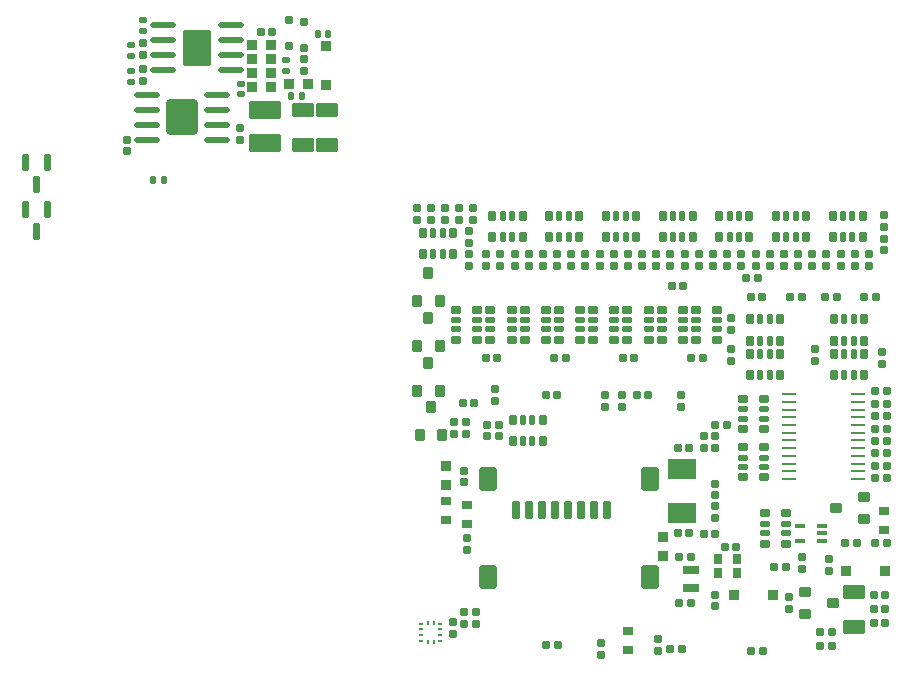
<source format=gbp>
G75*
G70*
%OFA0B0*%
%FSLAX25Y25*%
%IPPOS*%
%LPD*%
%AMOC8*
5,1,8,0,0,1.08239X$1,22.5*
%
%AMM134*
21,1,0.035830,0.026770,-0.000000,-0.000000,180.000000*
21,1,0.029130,0.033470,-0.000000,-0.000000,180.000000*
1,1,0.006690,-0.014570,0.013390*
1,1,0.006690,0.014570,0.013390*
1,1,0.006690,0.014570,-0.013390*
1,1,0.006690,-0.014570,-0.013390*
%
%AMM156*
21,1,0.033470,0.026770,-0.000000,-0.000000,90.000000*
21,1,0.026770,0.033470,-0.000000,-0.000000,90.000000*
1,1,0.006690,0.013390,0.013390*
1,1,0.006690,0.013390,-0.013390*
1,1,0.006690,-0.013390,-0.013390*
1,1,0.006690,-0.013390,0.013390*
%
%AMM170*
21,1,0.035830,0.026770,0.000000,-0.000000,270.000000*
21,1,0.029130,0.033470,0.000000,-0.000000,270.000000*
1,1,0.006690,-0.013390,-0.014570*
1,1,0.006690,-0.013390,0.014570*
1,1,0.006690,0.013390,0.014570*
1,1,0.006690,0.013390,-0.014570*
%
%AMM172*
21,1,0.070870,0.036220,0.000000,-0.000000,0.000000*
21,1,0.061810,0.045280,0.000000,-0.000000,0.000000*
1,1,0.009060,0.030910,-0.018110*
1,1,0.009060,-0.030910,-0.018110*
1,1,0.009060,-0.030910,0.018110*
1,1,0.009060,0.030910,0.018110*
%
%AMM175*
21,1,0.023620,0.018900,0.000000,-0.000000,0.000000*
21,1,0.018900,0.023620,0.000000,-0.000000,0.000000*
1,1,0.004720,0.009450,-0.009450*
1,1,0.004720,-0.009450,-0.009450*
1,1,0.004720,-0.009450,0.009450*
1,1,0.004720,0.009450,0.009450*
%
%AMM176*
21,1,0.019680,0.019680,0.000000,-0.000000,270.000000*
21,1,0.015750,0.023620,0.000000,-0.000000,270.000000*
1,1,0.003940,-0.009840,-0.007870*
1,1,0.003940,-0.009840,0.007870*
1,1,0.003940,0.009840,0.007870*
1,1,0.003940,0.009840,-0.007870*
%
%AMM177*
21,1,0.019680,0.019680,0.000000,-0.000000,180.000000*
21,1,0.015750,0.023620,0.000000,-0.000000,180.000000*
1,1,0.003940,-0.007870,0.009840*
1,1,0.003940,0.007870,0.009840*
1,1,0.003940,0.007870,-0.009840*
1,1,0.003940,-0.007870,-0.009840*
%
%AMM191*
21,1,0.106300,0.050390,0.000000,-0.000000,0.000000*
21,1,0.093700,0.062990,0.000000,-0.000000,0.000000*
1,1,0.012600,0.046850,-0.025200*
1,1,0.012600,-0.046850,-0.025200*
1,1,0.012600,-0.046850,0.025200*
1,1,0.012600,0.046850,0.025200*
%
%AMM192*
21,1,0.033470,0.026770,0.000000,-0.000000,180.000000*
21,1,0.026770,0.033470,0.000000,-0.000000,180.000000*
1,1,0.006690,-0.013390,0.013390*
1,1,0.006690,0.013390,0.013390*
1,1,0.006690,0.013390,-0.013390*
1,1,0.006690,-0.013390,-0.013390*
%
%AMM193*
21,1,0.023620,0.018900,0.000000,-0.000000,90.000000*
21,1,0.018900,0.023620,0.000000,-0.000000,90.000000*
1,1,0.004720,0.009450,0.009450*
1,1,0.004720,0.009450,-0.009450*
1,1,0.004720,-0.009450,-0.009450*
1,1,0.004720,-0.009450,0.009450*
%
%AMM194*
21,1,0.122050,0.075590,0.000000,-0.000000,90.000000*
21,1,0.103150,0.094490,0.000000,-0.000000,90.000000*
1,1,0.018900,0.037800,0.051580*
1,1,0.018900,0.037800,-0.051580*
1,1,0.018900,-0.037800,-0.051580*
1,1,0.018900,-0.037800,0.051580*
%
%AMM195*
21,1,0.118110,0.083460,0.000000,-0.000000,270.000000*
21,1,0.097240,0.104330,0.000000,-0.000000,270.000000*
1,1,0.020870,-0.041730,-0.048620*
1,1,0.020870,-0.041730,0.048620*
1,1,0.020870,0.041730,0.048620*
1,1,0.020870,0.041730,-0.048620*
%
%AMM258*
21,1,0.027560,0.018900,-0.000000,-0.000000,0.000000*
21,1,0.022840,0.023620,-0.000000,-0.000000,0.000000*
1,1,0.004720,0.011420,-0.009450*
1,1,0.004720,-0.011420,-0.009450*
1,1,0.004720,-0.011420,0.009450*
1,1,0.004720,0.011420,0.009450*
%
%AMM261*
21,1,0.025590,0.026380,-0.000000,-0.000000,270.000000*
21,1,0.020470,0.031500,-0.000000,-0.000000,270.000000*
1,1,0.005120,-0.013190,-0.010240*
1,1,0.005120,-0.013190,0.010240*
1,1,0.005120,0.013190,0.010240*
1,1,0.005120,0.013190,-0.010240*
%
%AMM262*
21,1,0.017720,0.027950,-0.000000,-0.000000,270.000000*
21,1,0.014170,0.031500,-0.000000,-0.000000,270.000000*
1,1,0.003540,-0.013980,-0.007090*
1,1,0.003540,-0.013980,0.007090*
1,1,0.003540,0.013980,0.007090*
1,1,0.003540,0.013980,-0.007090*
%
%AMM264*
21,1,0.012600,0.028980,-0.000000,-0.000000,270.000000*
21,1,0.010080,0.031500,-0.000000,-0.000000,270.000000*
1,1,0.002520,-0.014490,-0.005040*
1,1,0.002520,-0.014490,0.005040*
1,1,0.002520,0.014490,0.005040*
1,1,0.002520,0.014490,-0.005040*
%
%AMM267*
21,1,0.027560,0.018900,-0.000000,-0.000000,270.000000*
21,1,0.022840,0.023620,-0.000000,-0.000000,270.000000*
1,1,0.004720,-0.009450,-0.011420*
1,1,0.004720,-0.009450,0.011420*
1,1,0.004720,0.009450,0.011420*
1,1,0.004720,0.009450,-0.011420*
%
%AMM283*
21,1,0.059060,0.020470,-0.000000,-0.000000,270.000000*
21,1,0.053940,0.025590,-0.000000,-0.000000,270.000000*
1,1,0.005120,-0.010240,-0.026970*
1,1,0.005120,-0.010240,0.026970*
1,1,0.005120,0.010240,0.026970*
1,1,0.005120,0.010240,-0.026970*
%
%AMM284*
21,1,0.078740,0.045670,-0.000000,-0.000000,270.000000*
21,1,0.067320,0.057090,-0.000000,-0.000000,270.000000*
1,1,0.011420,-0.022840,-0.033660*
1,1,0.011420,-0.022840,0.033660*
1,1,0.011420,0.022840,0.033660*
1,1,0.011420,0.022840,-0.033660*
%
%AMM285*
21,1,0.025590,0.026380,-0.000000,-0.000000,180.000000*
21,1,0.020470,0.031500,-0.000000,-0.000000,180.000000*
1,1,0.005120,-0.010240,0.013190*
1,1,0.005120,0.010240,0.013190*
1,1,0.005120,0.010240,-0.013190*
1,1,0.005120,-0.010240,-0.013190*
%
%AMM286*
21,1,0.017720,0.027950,-0.000000,-0.000000,180.000000*
21,1,0.014170,0.031500,-0.000000,-0.000000,180.000000*
1,1,0.003540,-0.007090,0.013980*
1,1,0.003540,0.007090,0.013980*
1,1,0.003540,0.007090,-0.013980*
1,1,0.003540,-0.007090,-0.013980*
%
%AMM287*
21,1,0.035430,0.030320,-0.000000,-0.000000,90.000000*
21,1,0.028350,0.037400,-0.000000,-0.000000,90.000000*
1,1,0.007090,0.015160,0.014170*
1,1,0.007090,0.015160,-0.014170*
1,1,0.007090,-0.015160,-0.014170*
1,1,0.007090,-0.015160,0.014170*
%
%AMM288*
21,1,0.027560,0.030710,-0.000000,-0.000000,270.000000*
21,1,0.022050,0.036220,-0.000000,-0.000000,270.000000*
1,1,0.005510,-0.015350,-0.011020*
1,1,0.005510,-0.015350,0.011020*
1,1,0.005510,0.015350,0.011020*
1,1,0.005510,0.015350,-0.011020*
%
%AMM289*
21,1,0.027560,0.049610,-0.000000,-0.000000,90.000000*
21,1,0.022050,0.055120,-0.000000,-0.000000,90.000000*
1,1,0.005510,0.024800,0.011020*
1,1,0.005510,0.024800,-0.011020*
1,1,0.005510,-0.024800,-0.011020*
1,1,0.005510,-0.024800,0.011020*
%
%AMM290*
21,1,0.027560,0.030710,-0.000000,-0.000000,180.000000*
21,1,0.022050,0.036220,-0.000000,-0.000000,180.000000*
1,1,0.005510,-0.011020,0.015350*
1,1,0.005510,0.011020,0.015350*
1,1,0.005510,0.011020,-0.015350*
1,1,0.005510,-0.011020,-0.015350*
%
%AMM291*
21,1,0.070870,0.036220,-0.000000,-0.000000,180.000000*
21,1,0.061810,0.045280,-0.000000,-0.000000,180.000000*
1,1,0.009060,-0.030910,0.018110*
1,1,0.009060,0.030910,0.018110*
1,1,0.009060,0.030910,-0.018110*
1,1,0.009060,-0.030910,-0.018110*
%
%AMM292*
21,1,0.035430,0.030320,-0.000000,-0.000000,180.000000*
21,1,0.028350,0.037400,-0.000000,-0.000000,180.000000*
1,1,0.007090,-0.014170,0.015160*
1,1,0.007090,0.014170,0.015160*
1,1,0.007090,0.014170,-0.015160*
1,1,0.007090,-0.014170,-0.015160*
%
%ADD135R,0.00984X0.01378*%
%ADD197R,0.09449X0.06693*%
%ADD205O,0.04961X0.00984*%
%ADD264O,0.08661X0.01968*%
%ADD277M134*%
%ADD299M156*%
%ADD313M170*%
%ADD315M172*%
%ADD318M175*%
%ADD319M176*%
%ADD320M177*%
%ADD334M191*%
%ADD335M192*%
%ADD336M193*%
%ADD337M194*%
%ADD338M195*%
%ADD419M258*%
%ADD422M261*%
%ADD423M262*%
%ADD425M264*%
%ADD428M267*%
%ADD444M283*%
%ADD445M284*%
%ADD446M285*%
%ADD447M286*%
%ADD448M287*%
%ADD449M288*%
%ADD450M289*%
%ADD451M290*%
%ADD452M291*%
%ADD453M292*%
%ADD48R,0.01378X0.00984*%
X0000000Y0000000D02*
%LPD*%
G01*
G36*
G01*
X0025197Y0214222D02*
X0026378Y0214222D01*
G75*
G02*
X0026969Y0213632I0000000J-000591D01*
G01*
X0026969Y0209006D01*
G75*
G02*
X0026378Y0208415I-000591J0000000D01*
G01*
X0025197Y0208415D01*
G75*
G02*
X0024606Y0209006I0000000J0000591D01*
G01*
X0024606Y0213632D01*
G75*
G02*
X0025197Y0214222I0000591J0000000D01*
G01*
G37*
G36*
G01*
X0032677Y0214222D02*
X0033858Y0214222D01*
G75*
G02*
X0034449Y0213632I0000000J-000591D01*
G01*
X0034449Y0209006D01*
G75*
G02*
X0033858Y0208415I-000591J0000000D01*
G01*
X0032677Y0208415D01*
G75*
G02*
X0032087Y0209006I0000000J0000591D01*
G01*
X0032087Y0213632D01*
G75*
G02*
X0032677Y0214222I0000591J0000000D01*
G01*
G37*
G36*
G01*
X0028937Y0206841D02*
X0030118Y0206841D01*
G75*
G02*
X0030709Y0206250I0000000J-000591D01*
G01*
X0030709Y0201624D01*
G75*
G02*
X0030118Y0201033I-000591J0000000D01*
G01*
X0028937Y0201033D01*
G75*
G02*
X0028346Y0201624I0000000J0000591D01*
G01*
X0028346Y0206250D01*
G75*
G02*
X0028937Y0206841I0000591J0000000D01*
G01*
G37*
G36*
G01*
X0025197Y0229970D02*
X0026378Y0229970D01*
G75*
G02*
X0026969Y0229380I0000000J-000591D01*
G01*
X0026969Y0224754D01*
G75*
G02*
X0026378Y0224163I-000591J0000000D01*
G01*
X0025197Y0224163D01*
G75*
G02*
X0024606Y0224754I0000000J0000591D01*
G01*
X0024606Y0229380D01*
G75*
G02*
X0025197Y0229970I0000591J0000000D01*
G01*
G37*
G36*
G01*
X0032677Y0229970D02*
X0033858Y0229970D01*
G75*
G02*
X0034449Y0229380I0000000J-000591D01*
G01*
X0034449Y0224754D01*
G75*
G02*
X0033858Y0224163I-000591J0000000D01*
G01*
X0032677Y0224163D01*
G75*
G02*
X0032087Y0224754I0000000J0000591D01*
G01*
X0032087Y0229380D01*
G75*
G02*
X0032677Y0229970I0000591J0000000D01*
G01*
G37*
G36*
G01*
X0028937Y0222589D02*
X0030118Y0222589D01*
G75*
G02*
X0030709Y0221998I0000000J-000591D01*
G01*
X0030709Y0217372D01*
G75*
G02*
X0030118Y0216781I-000591J0000000D01*
G01*
X0028937Y0216781D01*
G75*
G02*
X0028346Y0217372I0000000J0000591D01*
G01*
X0028346Y0221998D01*
G75*
G02*
X0028937Y0222589I0000591J0000000D01*
G01*
G37*
X0049508Y0282776D02*
G01*
G75*
D313*
X0125886Y0265853D02*
D03*
X0125886Y0252861D02*
D03*
D315*
X0126280Y0244418D02*
D03*
X0126280Y0233001D02*
D03*
X0118248Y0244418D02*
D03*
X0118248Y0233001D02*
D03*
D318*
X0108169Y0270374D02*
D03*
X0104232Y0270374D02*
D03*
X0118799Y0265059D02*
D03*
X0118799Y0273721D02*
D03*
X0113551Y0265847D02*
D03*
X0113551Y0274508D02*
D03*
D319*
X0060925Y0266165D02*
D03*
X0060925Y0262621D02*
D03*
X0097658Y0249686D02*
D03*
X0097658Y0253230D02*
D03*
X0112763Y0257684D02*
D03*
X0112763Y0261227D02*
D03*
X0060925Y0257546D02*
D03*
X0060925Y0254003D02*
D03*
X0064862Y0270965D02*
D03*
X0064862Y0274508D02*
D03*
D320*
X0071967Y0221026D02*
D03*
X0068423Y0221026D02*
D03*
X0117882Y0249023D02*
D03*
X0114338Y0249023D02*
D03*
X0123196Y0269790D02*
D03*
X0126740Y0269790D02*
D03*
D334*
X0105807Y0244587D02*
D03*
X0105807Y0233563D02*
D03*
D335*
X0107704Y0266241D02*
D03*
X0101484Y0266241D02*
D03*
X0107704Y0252147D02*
D03*
X0101484Y0252147D02*
D03*
X0107704Y0256838D02*
D03*
X0101484Y0256838D02*
D03*
X0107704Y0261530D02*
D03*
X0101484Y0261530D02*
D03*
X0119949Y0253328D02*
D03*
X0113728Y0253328D02*
D03*
D336*
X0064862Y0266755D02*
D03*
X0064862Y0262818D02*
D03*
X0064862Y0254200D02*
D03*
X0064862Y0258137D02*
D03*
X0118799Y0257487D02*
D03*
X0118799Y0261424D02*
D03*
X0097185Y0234554D02*
D03*
X0097185Y0238491D02*
D03*
X0059744Y0234652D02*
D03*
X0059744Y0230715D02*
D03*
D337*
X0082940Y0265204D02*
D03*
D264*
X0094259Y0272704D02*
D03*
X0094259Y0267704D02*
D03*
X0094259Y0262704D02*
D03*
X0094259Y0257704D02*
D03*
X0071622Y0272704D02*
D03*
X0071622Y0267704D02*
D03*
X0071622Y0262704D02*
D03*
X0071622Y0257704D02*
D03*
X0089764Y0249637D02*
D03*
X0089764Y0244637D02*
D03*
X0089764Y0239637D02*
D03*
X0089764Y0234637D02*
D03*
X0066339Y0249637D02*
D03*
X0066339Y0244637D02*
D03*
X0066339Y0239637D02*
D03*
X0066339Y0234637D02*
D03*
D338*
X0078051Y0242137D02*
D03*
X0316831Y0216831D02*
G01*
G75*
D419*
X0311332Y0163952D02*
D03*
X0311332Y0160015D02*
D03*
X0284548Y0091634D02*
D03*
X0284548Y0095571D02*
D03*
X0293603Y0090847D02*
D03*
X0293603Y0094784D02*
D03*
X0182185Y0147540D02*
D03*
X0182185Y0151477D02*
D03*
X0244488Y0149410D02*
D03*
X0244488Y0145473D02*
D03*
X0255807Y0082973D02*
D03*
X0255807Y0079036D02*
D03*
X0224803Y0149410D02*
D03*
X0224803Y0145473D02*
D03*
X0236615Y0068110D02*
D03*
X0236615Y0064174D02*
D03*
X0183760Y0135729D02*
D03*
X0183760Y0139666D02*
D03*
X0179823Y0135729D02*
D03*
X0179823Y0139666D02*
D03*
X0280217Y0082185D02*
D03*
X0280217Y0078248D02*
D03*
X0172146Y0120374D02*
D03*
X0172146Y0124311D02*
D03*
X0173130Y0097933D02*
D03*
X0173130Y0101870D02*
D03*
X0218898Y0149410D02*
D03*
X0218898Y0145473D02*
D03*
X0217618Y0062894D02*
D03*
X0217618Y0066831D02*
D03*
X0255807Y0112500D02*
D03*
X0255807Y0108563D02*
D03*
X0255807Y0116044D02*
D03*
X0255807Y0119981D02*
D03*
X0269193Y0192422D02*
D03*
X0269193Y0196359D02*
D03*
X0264469Y0192422D02*
D03*
X0264469Y0196359D02*
D03*
X0259744Y0192422D02*
D03*
X0259744Y0196359D02*
D03*
X0255020Y0192422D02*
D03*
X0255020Y0196359D02*
D03*
X0170374Y0211713D02*
D03*
X0170374Y0207776D02*
D03*
X0165650Y0207776D02*
D03*
X0165650Y0211713D02*
D03*
X0160926Y0211713D02*
D03*
X0160926Y0207776D02*
D03*
X0156201Y0211713D02*
D03*
X0156201Y0207776D02*
D03*
X0289075Y0164863D02*
D03*
X0289075Y0160926D02*
D03*
X0261122Y0164863D02*
D03*
X0261122Y0160926D02*
D03*
X0292815Y0192422D02*
D03*
X0292815Y0196359D02*
D03*
X0297539Y0192422D02*
D03*
X0297539Y0196359D02*
D03*
X0302264Y0192422D02*
D03*
X0302264Y0196359D02*
D03*
X0306988Y0192422D02*
D03*
X0306988Y0196359D02*
D03*
X0273917Y0192422D02*
D03*
X0273917Y0196359D02*
D03*
X0278642Y0192422D02*
D03*
X0278642Y0196359D02*
D03*
X0283366Y0192422D02*
D03*
X0283366Y0196359D02*
D03*
X0288091Y0192422D02*
D03*
X0288091Y0196359D02*
D03*
X0236122Y0192422D02*
D03*
X0236122Y0196359D02*
D03*
X0240846Y0192422D02*
D03*
X0240846Y0196359D02*
D03*
X0245571Y0192422D02*
D03*
X0245571Y0196359D02*
D03*
X0250295Y0192422D02*
D03*
X0250295Y0196359D02*
D03*
X0217224Y0196359D02*
D03*
X0217224Y0192422D02*
D03*
X0221949Y0192422D02*
D03*
X0221949Y0196359D02*
D03*
X0226673Y0192422D02*
D03*
X0226673Y0196359D02*
D03*
X0231398Y0192422D02*
D03*
X0231398Y0196359D02*
D03*
X0198327Y0192422D02*
D03*
X0198327Y0196359D02*
D03*
X0203051Y0192422D02*
D03*
X0203051Y0196359D02*
D03*
X0207776Y0192422D02*
D03*
X0207776Y0196359D02*
D03*
X0212500Y0192422D02*
D03*
X0212500Y0196359D02*
D03*
X0184154Y0192422D02*
D03*
X0184154Y0196359D02*
D03*
X0188878Y0192422D02*
D03*
X0188878Y0196359D02*
D03*
X0193603Y0192422D02*
D03*
X0193603Y0196359D02*
D03*
X0312107Y0201674D02*
D03*
X0312107Y0197737D02*
D03*
X0175098Y0207776D02*
D03*
X0175098Y0211713D02*
D03*
X0261122Y0175099D02*
D03*
X0261122Y0171162D02*
D03*
X0173524Y0196359D02*
D03*
X0173524Y0192422D02*
D03*
X0312107Y0209351D02*
D03*
X0312107Y0205414D02*
D03*
X0173524Y0200296D02*
D03*
X0173524Y0204233D02*
D03*
X0168406Y0069981D02*
D03*
X0168406Y0073918D02*
D03*
X0179429Y0192422D02*
D03*
X0179429Y0196359D02*
D03*
D422*
X0279429Y0100000D02*
D03*
X0272343Y0100000D02*
D03*
X0272343Y0110040D02*
D03*
X0279429Y0110040D02*
D03*
X0264862Y0148229D02*
D03*
X0271949Y0148229D02*
D03*
X0271949Y0138189D02*
D03*
X0264862Y0138189D02*
D03*
X0264862Y0132087D02*
D03*
X0271949Y0132087D02*
D03*
X0271949Y0122047D02*
D03*
X0264862Y0122047D02*
D03*
X0169390Y0167914D02*
D03*
X0176477Y0167914D02*
D03*
X0176477Y0177953D02*
D03*
X0169390Y0177953D02*
D03*
X0187894Y0177953D02*
D03*
X0180807Y0177953D02*
D03*
X0180807Y0167914D02*
D03*
X0187894Y0167914D02*
D03*
X0237894Y0167914D02*
D03*
X0244980Y0167914D02*
D03*
X0244980Y0177953D02*
D03*
X0237894Y0177953D02*
D03*
X0256398Y0177953D02*
D03*
X0249311Y0177953D02*
D03*
X0249311Y0167914D02*
D03*
X0256398Y0167914D02*
D03*
X0215059Y0167914D02*
D03*
X0222146Y0167914D02*
D03*
X0222146Y0177953D02*
D03*
X0215059Y0177953D02*
D03*
X0233563Y0177953D02*
D03*
X0226476Y0177953D02*
D03*
X0226476Y0167914D02*
D03*
X0233563Y0167914D02*
D03*
X0192224Y0167914D02*
D03*
X0199311Y0167914D02*
D03*
X0199311Y0177953D02*
D03*
X0192224Y0177953D02*
D03*
X0210728Y0177953D02*
D03*
X0203642Y0177953D02*
D03*
X0203642Y0167914D02*
D03*
X0210728Y0167914D02*
D03*
D423*
X0272343Y0106595D02*
D03*
X0272343Y0103445D02*
D03*
X0279429Y0103445D02*
D03*
X0279429Y0106595D02*
D03*
X0271949Y0141634D02*
D03*
X0271949Y0144784D02*
D03*
X0264862Y0144784D02*
D03*
X0264862Y0141634D02*
D03*
X0271949Y0125492D02*
D03*
X0271949Y0128642D02*
D03*
X0264862Y0128642D02*
D03*
X0264862Y0125492D02*
D03*
X0169390Y0171359D02*
D03*
X0169390Y0174508D02*
D03*
X0176477Y0174508D02*
D03*
X0176477Y0171359D02*
D03*
X0187894Y0174508D02*
D03*
X0187894Y0171359D02*
D03*
X0180807Y0171359D02*
D03*
X0180807Y0174508D02*
D03*
X0237894Y0171359D02*
D03*
X0237894Y0174508D02*
D03*
X0244980Y0174508D02*
D03*
X0244980Y0171359D02*
D03*
X0256398Y0174508D02*
D03*
X0256398Y0171359D02*
D03*
X0249311Y0171359D02*
D03*
X0249311Y0174508D02*
D03*
X0215059Y0171359D02*
D03*
X0215059Y0174508D02*
D03*
X0222146Y0174508D02*
D03*
X0222146Y0171359D02*
D03*
X0233563Y0174508D02*
D03*
X0233563Y0171359D02*
D03*
X0226476Y0171359D02*
D03*
X0226476Y0174508D02*
D03*
X0192224Y0171359D02*
D03*
X0192224Y0174508D02*
D03*
X0199311Y0174508D02*
D03*
X0199311Y0171359D02*
D03*
X0210728Y0174508D02*
D03*
X0210728Y0171359D02*
D03*
X0203642Y0171359D02*
D03*
X0203642Y0174508D02*
D03*
D425*
X0291437Y0106004D02*
D03*
X0291437Y0103445D02*
D03*
X0291437Y0100886D02*
D03*
X0283957Y0100886D02*
D03*
X0283957Y0106004D02*
D03*
D428*
X0275492Y0092028D02*
D03*
X0279429Y0092028D02*
D03*
X0175492Y0146752D02*
D03*
X0171555Y0146752D02*
D03*
X0312500Y0073524D02*
D03*
X0308563Y0073524D02*
D03*
X0244784Y0064862D02*
D03*
X0240847Y0064862D02*
D03*
X0176083Y0077067D02*
D03*
X0172146Y0077067D02*
D03*
X0203445Y0066044D02*
D03*
X0199508Y0066044D02*
D03*
X0290847Y0065945D02*
D03*
X0294784Y0065945D02*
D03*
X0290847Y0070374D02*
D03*
X0294784Y0070374D02*
D03*
X0255807Y0131792D02*
D03*
X0251870Y0131792D02*
D03*
X0247146Y0131792D02*
D03*
X0243209Y0131792D02*
D03*
X0247146Y0103445D02*
D03*
X0243209Y0103445D02*
D03*
X0312500Y0082973D02*
D03*
X0308563Y0082973D02*
D03*
X0267815Y0064272D02*
D03*
X0271752Y0064272D02*
D03*
X0312500Y0078248D02*
D03*
X0308563Y0078248D02*
D03*
X0255807Y0139666D02*
D03*
X0259744Y0139666D02*
D03*
X0172736Y0140453D02*
D03*
X0168799Y0140453D02*
D03*
X0172736Y0136516D02*
D03*
X0168799Y0136516D02*
D03*
X0172146Y0073130D02*
D03*
X0176083Y0073130D02*
D03*
X0199213Y0149410D02*
D03*
X0203150Y0149410D02*
D03*
X0255807Y0103052D02*
D03*
X0251870Y0103052D02*
D03*
X0255807Y0135729D02*
D03*
X0251870Y0135729D02*
D03*
X0247540Y0080217D02*
D03*
X0243603Y0080217D02*
D03*
X0247540Y0095571D02*
D03*
X0243603Y0095571D02*
D03*
X0233465Y0149410D02*
D03*
X0229528Y0149410D02*
D03*
X0262796Y0099016D02*
D03*
X0258859Y0099016D02*
D03*
X0179232Y0161713D02*
D03*
X0183169Y0161713D02*
D03*
X0247736Y0161713D02*
D03*
X0251673Y0161713D02*
D03*
X0224902Y0161713D02*
D03*
X0228839Y0161713D02*
D03*
X0202067Y0161713D02*
D03*
X0206004Y0161713D02*
D03*
X0241240Y0185729D02*
D03*
X0245177Y0185729D02*
D03*
X0296292Y0182185D02*
D03*
X0292355Y0182185D02*
D03*
X0305481Y0182185D02*
D03*
X0309418Y0182185D02*
D03*
X0271488Y0182185D02*
D03*
X0267551Y0182185D02*
D03*
X0280677Y0182185D02*
D03*
X0284614Y0182185D02*
D03*
X0308957Y0100296D02*
D03*
X0312894Y0100296D02*
D03*
X0303051Y0100296D02*
D03*
X0299114Y0100296D02*
D03*
X0266043Y0188485D02*
D03*
X0269980Y0188485D02*
D03*
X0312894Y0150689D02*
D03*
X0308957Y0150689D02*
D03*
X0312894Y0138288D02*
D03*
X0308957Y0138288D02*
D03*
X0312894Y0134154D02*
D03*
X0308957Y0134154D02*
D03*
X0312894Y0125886D02*
D03*
X0308957Y0125886D02*
D03*
X0312894Y0130020D02*
D03*
X0308957Y0130020D02*
D03*
X0312894Y0121752D02*
D03*
X0308957Y0121752D02*
D03*
X0312894Y0142421D02*
D03*
X0308957Y0142421D02*
D03*
X0312894Y0146555D02*
D03*
X0308957Y0146555D02*
D03*
D444*
X0219705Y0111307D02*
D03*
X0215374Y0111307D02*
D03*
X0211043Y0111307D02*
D03*
X0206713Y0111307D02*
D03*
X0202382Y0111307D02*
D03*
X0198051Y0111307D02*
D03*
X0193720Y0111307D02*
D03*
X0189390Y0111307D02*
D03*
D445*
X0180020Y0121543D02*
D03*
X0180020Y0088866D02*
D03*
X0234153Y0088866D02*
D03*
X0234153Y0121543D02*
D03*
D277*
X0275099Y0082973D02*
D03*
X0262106Y0082973D02*
D03*
X0299508Y0090847D02*
D03*
X0312500Y0090847D02*
D03*
D197*
X0244783Y0110335D02*
D03*
X0244783Y0124902D02*
D03*
D446*
X0198228Y0134154D02*
D03*
X0198228Y0141240D02*
D03*
X0188189Y0141240D02*
D03*
X0188189Y0134154D02*
D03*
X0267126Y0209154D02*
D03*
X0267126Y0202067D02*
D03*
X0257087Y0202067D02*
D03*
X0257087Y0209154D02*
D03*
X0295276Y0174705D02*
D03*
X0295276Y0167618D02*
D03*
X0305315Y0167618D02*
D03*
X0305315Y0174705D02*
D03*
X0305315Y0156201D02*
D03*
X0305315Y0163288D02*
D03*
X0295276Y0163288D02*
D03*
X0295276Y0156201D02*
D03*
X0267323Y0174705D02*
D03*
X0267323Y0167618D02*
D03*
X0277362Y0167618D02*
D03*
X0277362Y0174705D02*
D03*
X0277362Y0156201D02*
D03*
X0277362Y0163288D02*
D03*
X0267323Y0163288D02*
D03*
X0267323Y0156201D02*
D03*
X0304921Y0209154D02*
D03*
X0304921Y0202067D02*
D03*
X0294882Y0202067D02*
D03*
X0294882Y0209154D02*
D03*
X0286024Y0209154D02*
D03*
X0286024Y0202067D02*
D03*
X0275985Y0202067D02*
D03*
X0275985Y0209154D02*
D03*
X0248229Y0209154D02*
D03*
X0248229Y0202067D02*
D03*
X0238189Y0202067D02*
D03*
X0238189Y0209154D02*
D03*
X0229331Y0209154D02*
D03*
X0229331Y0202067D02*
D03*
X0219291Y0202067D02*
D03*
X0219291Y0209154D02*
D03*
X0210433Y0209154D02*
D03*
X0210433Y0202067D02*
D03*
X0200394Y0202067D02*
D03*
X0200394Y0209154D02*
D03*
X0191536Y0209154D02*
D03*
X0191536Y0202067D02*
D03*
X0181496Y0202067D02*
D03*
X0181496Y0209154D02*
D03*
X0158268Y0203445D02*
D03*
X0158268Y0196359D02*
D03*
X0168307Y0196359D02*
D03*
X0168307Y0203445D02*
D03*
D447*
X0194784Y0134154D02*
D03*
X0191634Y0134154D02*
D03*
X0191634Y0141240D02*
D03*
X0194784Y0141240D02*
D03*
X0260532Y0202067D02*
D03*
X0263681Y0202067D02*
D03*
X0263681Y0209154D02*
D03*
X0260532Y0209154D02*
D03*
X0298721Y0174705D02*
D03*
X0301870Y0174705D02*
D03*
X0301870Y0167618D02*
D03*
X0298721Y0167618D02*
D03*
X0301870Y0156201D02*
D03*
X0298721Y0156201D02*
D03*
X0298721Y0163288D02*
D03*
X0301870Y0163288D02*
D03*
X0270768Y0174705D02*
D03*
X0273918Y0174705D02*
D03*
X0273918Y0167618D02*
D03*
X0270768Y0167618D02*
D03*
X0273917Y0156201D02*
D03*
X0270768Y0156201D02*
D03*
X0270768Y0163288D02*
D03*
X0273917Y0163288D02*
D03*
X0298327Y0202067D02*
D03*
X0301476Y0202067D02*
D03*
X0301476Y0209154D02*
D03*
X0298327Y0209154D02*
D03*
X0279429Y0202067D02*
D03*
X0282579Y0202067D02*
D03*
X0282579Y0209154D02*
D03*
X0279429Y0209154D02*
D03*
X0241634Y0202067D02*
D03*
X0244784Y0202067D02*
D03*
X0244784Y0209154D02*
D03*
X0241634Y0209154D02*
D03*
X0222736Y0202067D02*
D03*
X0225886Y0202067D02*
D03*
X0225886Y0209154D02*
D03*
X0222736Y0209154D02*
D03*
X0203839Y0202067D02*
D03*
X0206988Y0202067D02*
D03*
X0206988Y0209154D02*
D03*
X0203839Y0209154D02*
D03*
X0184941Y0202067D02*
D03*
X0188091Y0202067D02*
D03*
X0188091Y0209154D02*
D03*
X0184941Y0209154D02*
D03*
X0161713Y0203445D02*
D03*
X0164862Y0203445D02*
D03*
X0164862Y0196359D02*
D03*
X0161713Y0196359D02*
D03*
D448*
X0285807Y0076477D02*
D03*
X0295059Y0080217D02*
D03*
X0305216Y0115589D02*
D03*
X0295964Y0111849D02*
D03*
D448*
X0285807Y0083957D02*
D03*
X0305216Y0108108D02*
D03*
D449*
X0173130Y0106595D02*
D03*
X0173130Y0112894D02*
D03*
X0226772Y0070866D02*
D03*
X0226772Y0064567D02*
D03*
X0312106Y0104626D02*
D03*
X0312106Y0110926D02*
D03*
X0166044Y0107776D02*
D03*
X0166044Y0114075D02*
D03*
D450*
X0247540Y0085138D02*
D03*
X0247540Y0091044D02*
D03*
D451*
X0256594Y0090059D02*
D03*
X0262894Y0090059D02*
D03*
X0256594Y0094685D02*
D03*
X0262894Y0094685D02*
D03*
D452*
X0301870Y0072343D02*
D03*
X0301870Y0083760D02*
D03*
D299*
X0166043Y0125807D02*
D03*
X0166043Y0119587D02*
D03*
X0238484Y0096004D02*
D03*
X0238484Y0102225D02*
D03*
D205*
X0303209Y0149705D02*
D03*
X0303209Y0147146D02*
D03*
X0303209Y0144587D02*
D03*
X0303209Y0142028D02*
D03*
X0303209Y0139469D02*
D03*
X0303209Y0136910D02*
D03*
X0303209Y0134351D02*
D03*
X0303209Y0131792D02*
D03*
X0303209Y0129233D02*
D03*
X0303209Y0126673D02*
D03*
X0303209Y0124115D02*
D03*
X0303209Y0121555D02*
D03*
X0280216Y0149705D02*
D03*
X0280216Y0147146D02*
D03*
X0280216Y0144587D02*
D03*
X0280216Y0142028D02*
D03*
X0280216Y0139469D02*
D03*
X0280216Y0136910D02*
D03*
X0280216Y0134351D02*
D03*
X0280216Y0131792D02*
D03*
X0280216Y0129233D02*
D03*
X0280216Y0126673D02*
D03*
X0280216Y0124115D02*
D03*
X0280216Y0121555D02*
D03*
D453*
X0163878Y0180807D02*
D03*
X0160138Y0190059D02*
D03*
X0160138Y0175164D02*
D03*
X0163878Y0165912D02*
D03*
X0163878Y0151017D02*
D03*
X0160138Y0160269D02*
D03*
X0164665Y0136122D02*
D03*
X0160925Y0145374D02*
D03*
D453*
X0156398Y0180807D02*
D03*
X0156398Y0165912D02*
D03*
X0156398Y0151017D02*
D03*
X0157185Y0136122D02*
D03*
D135*
X0159941Y0073524D02*
D03*
X0161909Y0073524D02*
D03*
X0161909Y0067225D02*
D03*
X0159941Y0067225D02*
D03*
D48*
X0164075Y0073327D02*
D03*
X0164075Y0071358D02*
D03*
X0164075Y0069390D02*
D03*
X0164075Y0067422D02*
D03*
X0157775Y0073327D02*
D03*
X0157775Y0067422D02*
D03*
X0157775Y0071358D02*
D03*
X0157775Y0069390D02*
D03*
M02*

</source>
